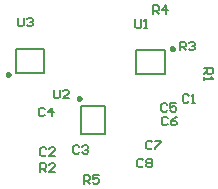
<source format=gto>
%FSTAX23Y23*%
%MOIN*%
%SFA1B1*%

%IPPOS*%
%ADD15C,0.010000*%
%ADD24C,0.007870*%
%ADD25C,0.005000*%
%LNactive_electrode-1*%
%LPD*%
G54D15*
X00173Y00384D02*
D01*
X00173Y00384*
X00173Y00385*
X00173Y00385*
X00173Y00385*
X00173Y00386*
X00173Y00386*
X00173Y00386*
X00173Y00387*
X00172Y00387*
X00172Y00387*
X00172Y00387*
X00172Y00388*
X00171Y00388*
X00171Y00388*
X00171Y00388*
X00171Y00388*
X0017Y00389*
X0017Y00389*
X0017Y00389*
X00169Y00389*
X00169Y00389*
X00168Y00389*
X00168*
X00168Y00389*
X00167Y00389*
X00167Y00389*
X00167Y00389*
X00166Y00389*
X00166Y00388*
X00166Y00388*
X00166Y00388*
X00165Y00388*
X00165Y00388*
X00165Y00387*
X00164Y00387*
X00164Y00387*
X00164Y00387*
X00164Y00386*
X00164Y00386*
X00164Y00386*
X00164Y00385*
X00163Y00385*
X00163Y00385*
X00163Y00384*
X00163Y00384*
X00163Y00384*
X00163Y00383*
X00163Y00383*
X00164Y00383*
X00164Y00382*
X00164Y00382*
X00164Y00382*
X00164Y00381*
X00164Y00381*
X00164Y00381*
X00165Y00381*
X00165Y0038*
X00165Y0038*
X00166Y0038*
X00166Y0038*
X00166Y00379*
X00166Y00379*
X00167Y00379*
X00167Y00379*
X00167Y00379*
X00168Y00379*
X00168Y00379*
X00168*
X00169Y00379*
X00169Y00379*
X0017Y00379*
X0017Y00379*
X0017Y00379*
X00171Y00379*
X00171Y0038*
X00171Y0038*
X00171Y0038*
X00172Y0038*
X00172Y00381*
X00172Y00381*
X00172Y00381*
X00173Y00381*
X00173Y00382*
X00173Y00382*
X00173Y00382*
X00173Y00383*
X00173Y00383*
X00173Y00383*
X00173Y00384*
X00173Y00384*
X0072Y0047D02*
D01*
X00719Y0047*
X00719Y00471*
X00719Y00471*
X00719Y00471*
X00719Y00472*
X00719Y00472*
X00719Y00472*
X00719Y00473*
X00719Y00473*
X00718Y00473*
X00718Y00473*
X00718Y00474*
X00718Y00474*
X00717Y00474*
X00717Y00474*
X00717Y00475*
X00716Y00475*
X00716Y00475*
X00716Y00475*
X00715Y00475*
X00715Y00475*
X00715Y00475*
X00714*
X00714Y00475*
X00714Y00475*
X00713Y00475*
X00713Y00475*
X00713Y00475*
X00712Y00475*
X00712Y00474*
X00712Y00474*
X00711Y00474*
X00711Y00474*
X00711Y00473*
X00711Y00473*
X0071Y00473*
X0071Y00473*
X0071Y00472*
X0071Y00472*
X0071Y00472*
X0071Y00471*
X0071Y00471*
X0071Y00471*
X0071Y0047*
X0071Y0047*
X0071Y0047*
X0071Y00469*
X0071Y00469*
X0071Y00469*
X0071Y00468*
X0071Y00468*
X0071Y00468*
X0071Y00467*
X0071Y00467*
X00711Y00467*
X00711Y00467*
X00711Y00466*
X00711Y00466*
X00712Y00466*
X00712Y00466*
X00712Y00466*
X00713Y00465*
X00713Y00465*
X00713Y00465*
X00714Y00465*
X00714Y00465*
X00714Y00465*
X00715*
X00715Y00465*
X00715Y00465*
X00716Y00465*
X00716Y00465*
X00716Y00465*
X00717Y00466*
X00717Y00466*
X00717Y00466*
X00718Y00466*
X00718Y00466*
X00718Y00467*
X00718Y00467*
X00719Y00467*
X00719Y00467*
X00719Y00468*
X00719Y00468*
X00719Y00468*
X00719Y00469*
X00719Y00469*
X00719Y00469*
X00719Y0047*
X0072Y0047*
X00409Y00305D02*
D01*
X00409Y00305*
X00409Y00305*
X00409Y00306*
X00409Y00306*
X00409Y00306*
X00409Y00307*
X00408Y00307*
X00408Y00307*
X00408Y00307*
X00408Y00308*
X00408Y00308*
X00407Y00308*
X00407Y00308*
X00407Y00309*
X00406Y00309*
X00406Y00309*
X00406Y00309*
X00406Y00309*
X00405Y00309*
X00405Y00309*
X00405Y00309*
X00404Y00309*
X00404*
X00403Y00309*
X00403Y00309*
X00403Y00309*
X00402Y00309*
X00402Y00309*
X00402Y00309*
X00401Y00309*
X00401Y00309*
X00401Y00308*
X00401Y00308*
X004Y00308*
X004Y00308*
X004Y00307*
X004Y00307*
X004Y00307*
X00399Y00307*
X00399Y00306*
X00399Y00306*
X00399Y00306*
X00399Y00305*
X00399Y00305*
X00399Y00305*
X00399Y00304*
X00399Y00304*
X00399Y00303*
X00399Y00303*
X00399Y00303*
X00399Y00302*
X004Y00302*
X004Y00302*
X004Y00302*
X004Y00301*
X004Y00301*
X00401Y00301*
X00401Y00301*
X00401Y003*
X00401Y003*
X00402Y003*
X00402Y003*
X00402Y003*
X00403Y003*
X00403Y003*
X00403Y003*
X00404Y003*
X00404*
X00405Y003*
X00405Y003*
X00405Y003*
X00406Y003*
X00406Y003*
X00406Y003*
X00406Y003*
X00407Y003*
X00407Y00301*
X00407Y00301*
X00408Y00301*
X00408Y00301*
X00408Y00302*
X00408Y00302*
X00408Y00302*
X00409Y00302*
X00409Y00303*
X00409Y00303*
X00409Y00303*
X00409Y00304*
X00409Y00304*
X00409Y00305*
G54D24*
X00193Y00389D02*
Y00469D01*
X00288*
Y00389D02*
Y00469D01*
X00193Y00389D02*
X00288D01*
X00595Y00465D02*
X0069D01*
X00595Y00385D02*
Y00465D01*
Y00385D02*
X0069D01*
Y00465*
X00409Y00185D02*
Y0028D01*
Y00185D02*
X00489D01*
Y0028*
X00409D02*
X00489D01*
G54D25*
X002Y00574D02*
Y0055D01*
X00205Y00545*
X00214*
X00219Y0055*
Y00574*
X00229Y00569D02*
X00234Y00574D01*
X00244*
X00249Y00569*
Y00564*
X00244Y00559*
X00239*
X00244*
X00249Y00555*
Y0055*
X00244Y00545*
X00234*
X00229Y0055*
X00618Y00099D02*
X00613Y00104D01*
X00603*
X00598Y00099*
Y0008*
X00603Y00075*
X00613*
X00618Y0008*
X00628Y00099D02*
X00633Y00104D01*
X00643*
X00648Y00099*
Y00094*
X00643Y00089*
X00648Y00085*
Y0008*
X00643Y00075*
X00633*
X00628Y0008*
Y00085*
X00633Y00089*
X00628Y00094*
Y00099*
X00633Y00089D02*
X00643D01*
X00648Y00159D02*
X00643Y00164D01*
X00633*
X00628Y00159*
Y0014*
X00633Y00135*
X00643*
X00648Y0014*
X00658Y00164D02*
X00678D01*
Y00159*
X00658Y0014*
Y00135*
X00699Y00239D02*
X00694Y00244D01*
X00685*
X0068Y00239*
Y0022*
X00685Y00215*
X00694*
X00699Y0022*
X00729Y00244D02*
X00719Y00239D01*
X00709Y00229*
Y0022*
X00714Y00215*
X00724*
X00729Y0022*
Y00225*
X00724Y00229*
X00709*
X00698Y00284D02*
X00693Y00289D01*
X00683*
X00678Y00284*
Y00265*
X00683Y0026*
X00693*
X00698Y00265*
X00728Y00289D02*
X00708D01*
Y00274*
X00718Y00279*
X00723*
X00728Y00274*
Y00265*
X00723Y0026*
X00713*
X00708Y00265*
X00769Y00314D02*
X00764Y00319D01*
X00755*
X0075Y00314*
Y00295*
X00755Y0029*
X00764*
X00769Y00295*
X00779Y0029D02*
X00789D01*
X00784*
Y00319*
X00779Y00314*
X00294Y00136D02*
X0029Y00141D01*
X0028*
X00275Y00136*
Y00116*
X0028Y00111*
X0029*
X00294Y00116*
X00324Y00111D02*
X00304D01*
X00324Y00131*
Y00136*
X00319Y00141*
X00309*
X00304Y00136*
X00404Y00144D02*
X00399Y00149D01*
X0039*
X00385Y00144*
Y00125*
X0039Y0012*
X00399*
X00404Y00125*
X00414Y00144D02*
X00419Y00149D01*
X00429*
X00434Y00144*
Y00139*
X00429Y00134*
X00424*
X00429*
X00434Y0013*
Y00125*
X00429Y0012*
X00419*
X00414Y00125*
X00289Y00269D02*
X00284Y00274D01*
X00275*
X0027Y00269*
Y0025*
X00275Y00245*
X00284*
X00289Y0025*
X00314Y00245D02*
Y00274D01*
X00299Y0026*
X00319*
X0082Y00405D02*
X00849D01*
Y0039*
X00844Y00385*
X00834*
X0083Y0039*
Y00405*
Y00395D02*
X0082Y00385D01*
Y00375D02*
Y00365D01*
Y0037*
X00849*
X00844Y00375*
X00275Y0006D02*
Y00089D01*
X0029*
X00294Y00084*
Y00075*
X0029Y0007*
X00275*
X00285D02*
X00294Y0006D01*
X00324D02*
X00304D01*
X00324Y00079*
Y00084*
X00319Y00089*
X00309*
X00304Y00084*
X0074Y00465D02*
Y00494D01*
X00754*
X00759Y00489*
Y0048*
X00754Y00475*
X0074*
X0075D02*
X00759Y00465D01*
X00769Y00489D02*
X00774Y00494D01*
X00784*
X00789Y00489*
Y00484*
X00784Y0048*
X00779*
X00784*
X00789Y00475*
Y0047*
X00784Y00465*
X00774*
X00769Y0047*
X0065Y00585D02*
Y00615D01*
X00665*
X00669Y0061*
Y006*
X00665Y00595*
X0065*
X0066D02*
X00669Y00585D01*
X00694D02*
Y00615D01*
X00679Y006*
X00699*
X0042Y0002D02*
Y00049D01*
X00434*
X00439Y00044*
Y00035*
X00434Y0003*
X0042*
X0043D02*
X00439Y0002D01*
X00469Y00049D02*
X00449D01*
Y00035*
X00459Y00039*
X00464*
X00469Y00035*
Y00025*
X00464Y0002*
X00454*
X00449Y00025*
X00591Y00569D02*
Y00544D01*
X00596Y00539*
X00606*
X00611Y00544*
Y00569*
X00621Y00539D02*
X00631D01*
X00626*
Y00569*
X00621Y00564*
X0032Y00334D02*
Y0031D01*
X00325Y00305*
X00335*
X00339Y0031*
Y00334*
X00369Y00305D02*
X00349D01*
X00369Y00324*
Y00329*
X00364Y00334*
X00354*
X00349Y00329*
M02*
</source>
